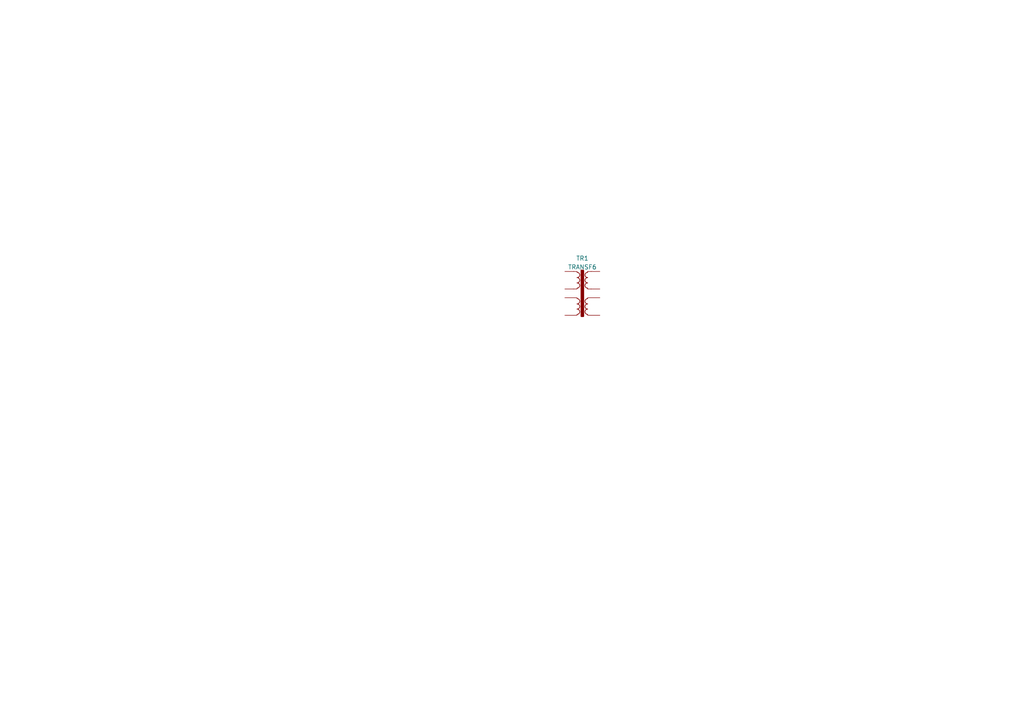
<source format=kicad_sch>
(kicad_sch (version 20230121) (generator eeschema)
  (paper "A4")
  (lib_symbols
    (symbol "Transformer:TRANSF6" (pin_numbers hide) (pin_names (offset 0))
      (property "Reference" "TR" (at 0 10.16 0))
      (property "Value" "TRANSF6" (at 0 -7.62 0))
      (symbol "TRANSF6_0_1"
        (arc (start -1.524 -4.826) (mid -0.7653 -4.064) (end -1.524 -3.302) (stroke (width 0.2032)))
        (arc (start -1.524 -3.302) (mid -0.7653 -2.54) (end -1.524 -1.778) (stroke (width 0.2032)))
        (arc (start -1.524 -1.778) (mid -0.7653 -1.016) (end -1.524 -0.254) (stroke (width 0.2032)))
        (arc (start -1.524 2.794) (mid -0.7653 3.556) (end -1.524 4.318) (stroke (width 0.2032)))
        (arc (start -1.524 4.318) (mid -0.7653 5.08) (end -1.524 5.842) (stroke (width 0.2032)))
        (arc (start -1.524 5.842) (mid -0.7653 6.604) (end -1.524 7.366) (stroke (width 0.2032)))
        (rectangle (start -0.254 7.874) (end 0.254 -5.334) (stroke (width 0.508)) (fill (type outline)))
        (polyline (pts (xy 1.524 -4.826) (xy 1.524 -5.08) (xy 1.524 -5.08)) (fill (type outline)))
        (polyline (pts (xy 1.524 0) (xy 1.524 -0.254) (xy 1.524 -0.254)) (fill (type outline)))
        (polyline (pts (xy 1.524 0) (xy 2.54 0) (xy 2.54 0)))
        (polyline (pts (xy 1.524 2.54) (xy 1.524 2.794) (xy 1.524 2.794)) (fill (type outline)))
        (polyline (pts (xy 1.524 2.54) (xy 2.54 2.54) (xy 2.54 2.54)))
        (polyline (pts (xy 1.524 7.62) (xy 1.524 7.366) (xy 1.524 7.366)) (fill (type outline)))
        (polyline (pts (xy 1.524 7.62) (xy 2.54 7.62) (xy 2.54 7.62)))
        (polyline (pts (xy 2.54 -5.08) (xy 1.524 -5.08) (xy 1.524 -5.08)))
        (polyline (pts (xy -1.524 -4.826) (xy -1.524 -5.08) (xy -2.54 -5.08) (xy -2.54 -5.08)))
        (polyline (pts (xy -1.524 -0.254) (xy -1.524 0) (xy -2.54 0) (xy -2.54 0)))
        (polyline (pts (xy -1.524 2.794) (xy -1.524 2.54) (xy -2.54 2.54) (xy -2.54 2.54)))
        (polyline (pts (xy -1.524 7.366) (xy -1.524 7.62) (xy -2.54 7.62) (xy -2.54 7.62)))
        (arc (start 1.524 -3.302) (mid 0.7653 -4.064) (end 1.524 -4.826) (stroke (width 0.2032)))
        (arc (start 1.524 -1.778) (mid 0.7653 -2.54) (end 1.524 -3.302) (stroke (width 0.2032)))
        (arc (start 1.524 -0.254) (mid 0.7653 -1.016) (end 1.524 -1.778) (stroke (width 0.2032)))
        (arc (start 1.524 4.318) (mid 0.7653 3.556) (end 1.524 2.794) (stroke (width 0.2032)))
        (arc (start 1.524 5.842) (mid 0.7653 5.08) (end 1.524 4.318) (stroke (width 0.2032)))
        (arc (start 1.524 7.366) (mid 0.7653 6.604) (end 1.524 5.842) (stroke (width 0.2032)))
      )
      (symbol "TRANSF6_1_1"
        (pin passive line (at -5.08 7.62 0) (length 2.54) (name "~") (number "1"))
        (pin passive line (at -5.08 2.54 0) (length 2.54) (name "~") (number "2"))
        (pin passive line (at -5.08 0 0) (length 2.54) (name "~") (number "3"))
        (pin passive line (at -5.08 -5.08 0) (length 2.54) (name "~") (number "4"))
        (pin passive line (at 5.08 -5.08 180) (length 2.54) (name "~") (number "5"))
        (pin passive line (at 5.08 0 180) (length 2.54) (name "~") (number "6"))
        (pin passive line (at 5.08 2.54 180) (length 2.54) (name "~") (number "7"))
        (pin passive line (at 5.08 7.62 180) (length 2.54) (name "~") (number "8"))
      )
    )
  )
  (symbol (lib_id "Transformer:TRANSF6") (at 168.91 86.36 0) (unit 1)
    (property "Reference" "TR1" (at 168.91 74.93 0))
    (property "Value" "TRANSF6" (at 168.91 77.47 0))
    (property "Footprint" "CustomFootprints:HighIsoTransformer" (effects hide))
  )
)
</source>
